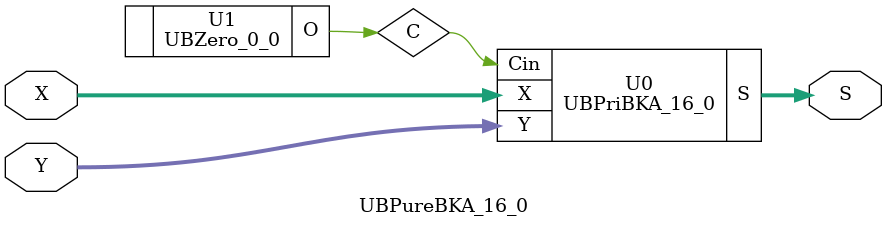
<source format=v>
/*----------------------------------------------------------------------------
  Copyright (c) 2021 Homma laboratory. All rights reserved.

  Top module: UBBKA_16_0_16_0

  Operand-1 length: 17
  Operand-2 length: 17
  Two-operand addition algorithm: Brent-Kung adder
----------------------------------------------------------------------------*/

module GPGenerator(Go, Po, A, B);
  output Go;
  output Po;
  input A;
  input B;
  assign Go = A & B;
  assign Po = A ^ B;
endmodule

module CarryOperator(Go, Po, Gi1, Pi1, Gi2, Pi2);
  output Go;
  output Po;
  input Gi1;
  input Gi2;
  input Pi1;
  input Pi2;
  assign Go = Gi1 | ( Gi2 & Pi1 );
  assign Po = Pi1 & Pi2;
endmodule

module UBPriBKA_16_0(S, X, Y, Cin);
  output [17:0] S;
  input Cin;
  input [16:0] X;
  input [16:0] Y;
  wire [16:0] G0;
  wire [16:0] G1;
  wire [16:0] G2;
  wire [16:0] G3;
  wire [16:0] G4;
  wire [16:0] G5;
  wire [16:0] G6;
  wire [16:0] G7;
  wire [16:0] G8;
  wire [16:0] P0;
  wire [16:0] P1;
  wire [16:0] P2;
  wire [16:0] P3;
  wire [16:0] P4;
  wire [16:0] P5;
  wire [16:0] P6;
  wire [16:0] P7;
  wire [16:0] P8;
  assign P1[0] = P0[0];
  assign G1[0] = G0[0];
  assign P1[2] = P0[2];
  assign G1[2] = G0[2];
  assign P1[4] = P0[4];
  assign G1[4] = G0[4];
  assign P1[6] = P0[6];
  assign G1[6] = G0[6];
  assign P1[8] = P0[8];
  assign G1[8] = G0[8];
  assign P1[10] = P0[10];
  assign G1[10] = G0[10];
  assign P1[12] = P0[12];
  assign G1[12] = G0[12];
  assign P1[14] = P0[14];
  assign G1[14] = G0[14];
  assign P1[16] = P0[16];
  assign G1[16] = G0[16];
  assign P2[0] = P1[0];
  assign G2[0] = G1[0];
  assign P2[1] = P1[1];
  assign G2[1] = G1[1];
  assign P2[2] = P1[2];
  assign G2[2] = G1[2];
  assign P2[4] = P1[4];
  assign G2[4] = G1[4];
  assign P2[5] = P1[5];
  assign G2[5] = G1[5];
  assign P2[6] = P1[6];
  assign G2[6] = G1[6];
  assign P2[8] = P1[8];
  assign G2[8] = G1[8];
  assign P2[9] = P1[9];
  assign G2[9] = G1[9];
  assign P2[10] = P1[10];
  assign G2[10] = G1[10];
  assign P2[12] = P1[12];
  assign G2[12] = G1[12];
  assign P2[13] = P1[13];
  assign G2[13] = G1[13];
  assign P2[14] = P1[14];
  assign G2[14] = G1[14];
  assign P2[16] = P1[16];
  assign G2[16] = G1[16];
  assign P3[0] = P2[0];
  assign G3[0] = G2[0];
  assign P3[1] = P2[1];
  assign G3[1] = G2[1];
  assign P3[2] = P2[2];
  assign G3[2] = G2[2];
  assign P3[3] = P2[3];
  assign G3[3] = G2[3];
  assign P3[4] = P2[4];
  assign G3[4] = G2[4];
  assign P3[5] = P2[5];
  assign G3[5] = G2[5];
  assign P3[6] = P2[6];
  assign G3[6] = G2[6];
  assign P3[8] = P2[8];
  assign G3[8] = G2[8];
  assign P3[9] = P2[9];
  assign G3[9] = G2[9];
  assign P3[10] = P2[10];
  assign G3[10] = G2[10];
  assign P3[11] = P2[11];
  assign G3[11] = G2[11];
  assign P3[12] = P2[12];
  assign G3[12] = G2[12];
  assign P3[13] = P2[13];
  assign G3[13] = G2[13];
  assign P3[14] = P2[14];
  assign G3[14] = G2[14];
  assign P3[16] = P2[16];
  assign G3[16] = G2[16];
  assign P4[0] = P3[0];
  assign G4[0] = G3[0];
  assign P4[1] = P3[1];
  assign G4[1] = G3[1];
  assign P4[2] = P3[2];
  assign G4[2] = G3[2];
  assign P4[3] = P3[3];
  assign G4[3] = G3[3];
  assign P4[4] = P3[4];
  assign G4[4] = G3[4];
  assign P4[5] = P3[5];
  assign G4[5] = G3[5];
  assign P4[6] = P3[6];
  assign G4[6] = G3[6];
  assign P4[7] = P3[7];
  assign G4[7] = G3[7];
  assign P4[8] = P3[8];
  assign G4[8] = G3[8];
  assign P4[9] = P3[9];
  assign G4[9] = G3[9];
  assign P4[10] = P3[10];
  assign G4[10] = G3[10];
  assign P4[11] = P3[11];
  assign G4[11] = G3[11];
  assign P4[12] = P3[12];
  assign G4[12] = G3[12];
  assign P4[13] = P3[13];
  assign G4[13] = G3[13];
  assign P4[14] = P3[14];
  assign G4[14] = G3[14];
  assign P4[16] = P3[16];
  assign G4[16] = G3[16];
  assign P5[0] = P4[0];
  assign G5[0] = G4[0];
  assign P5[1] = P4[1];
  assign G5[1] = G4[1];
  assign P5[2] = P4[2];
  assign G5[2] = G4[2];
  assign P5[3] = P4[3];
  assign G5[3] = G4[3];
  assign P5[4] = P4[4];
  assign G5[4] = G4[4];
  assign P5[5] = P4[5];
  assign G5[5] = G4[5];
  assign P5[6] = P4[6];
  assign G5[6] = G4[6];
  assign P5[7] = P4[7];
  assign G5[7] = G4[7];
  assign P5[8] = P4[8];
  assign G5[8] = G4[8];
  assign P5[9] = P4[9];
  assign G5[9] = G4[9];
  assign P5[10] = P4[10];
  assign G5[10] = G4[10];
  assign P5[11] = P4[11];
  assign G5[11] = G4[11];
  assign P5[12] = P4[12];
  assign G5[12] = G4[12];
  assign P5[13] = P4[13];
  assign G5[13] = G4[13];
  assign P5[14] = P4[14];
  assign G5[14] = G4[14];
  assign P5[15] = P4[15];
  assign G5[15] = G4[15];
  assign P5[16] = P4[16];
  assign G5[16] = G4[16];
  assign P6[0] = P5[0];
  assign G6[0] = G5[0];
  assign P6[1] = P5[1];
  assign G6[1] = G5[1];
  assign P6[2] = P5[2];
  assign G6[2] = G5[2];
  assign P6[3] = P5[3];
  assign G6[3] = G5[3];
  assign P6[4] = P5[4];
  assign G6[4] = G5[4];
  assign P6[5] = P5[5];
  assign G6[5] = G5[5];
  assign P6[6] = P5[6];
  assign G6[6] = G5[6];
  assign P6[7] = P5[7];
  assign G6[7] = G5[7];
  assign P6[8] = P5[8];
  assign G6[8] = G5[8];
  assign P6[9] = P5[9];
  assign G6[9] = G5[9];
  assign P6[10] = P5[10];
  assign G6[10] = G5[10];
  assign P6[12] = P5[12];
  assign G6[12] = G5[12];
  assign P6[13] = P5[13];
  assign G6[13] = G5[13];
  assign P6[14] = P5[14];
  assign G6[14] = G5[14];
  assign P6[15] = P5[15];
  assign G6[15] = G5[15];
  assign P6[16] = P5[16];
  assign G6[16] = G5[16];
  assign P7[0] = P6[0];
  assign G7[0] = G6[0];
  assign P7[1] = P6[1];
  assign G7[1] = G6[1];
  assign P7[2] = P6[2];
  assign G7[2] = G6[2];
  assign P7[3] = P6[3];
  assign G7[3] = G6[3];
  assign P7[4] = P6[4];
  assign G7[4] = G6[4];
  assign P7[6] = P6[6];
  assign G7[6] = G6[6];
  assign P7[7] = P6[7];
  assign G7[7] = G6[7];
  assign P7[8] = P6[8];
  assign G7[8] = G6[8];
  assign P7[10] = P6[10];
  assign G7[10] = G6[10];
  assign P7[11] = P6[11];
  assign G7[11] = G6[11];
  assign P7[12] = P6[12];
  assign G7[12] = G6[12];
  assign P7[14] = P6[14];
  assign G7[14] = G6[14];
  assign P7[15] = P6[15];
  assign G7[15] = G6[15];
  assign P7[16] = P6[16];
  assign G7[16] = G6[16];
  assign P8[0] = P7[0];
  assign G8[0] = G7[0];
  assign P8[1] = P7[1];
  assign G8[1] = G7[1];
  assign P8[3] = P7[3];
  assign G8[3] = G7[3];
  assign P8[5] = P7[5];
  assign G8[5] = G7[5];
  assign P8[7] = P7[7];
  assign G8[7] = G7[7];
  assign P8[9] = P7[9];
  assign G8[9] = G7[9];
  assign P8[11] = P7[11];
  assign G8[11] = G7[11];
  assign P8[13] = P7[13];
  assign G8[13] = G7[13];
  assign P8[15] = P7[15];
  assign G8[15] = G7[15];
  assign S[0] = Cin ^ P0[0];
  assign S[1] = ( G8[0] | ( P8[0] & Cin ) ) ^ P0[1];
  assign S[2] = ( G8[1] | ( P8[1] & Cin ) ) ^ P0[2];
  assign S[3] = ( G8[2] | ( P8[2] & Cin ) ) ^ P0[3];
  assign S[4] = ( G8[3] | ( P8[3] & Cin ) ) ^ P0[4];
  assign S[5] = ( G8[4] | ( P8[4] & Cin ) ) ^ P0[5];
  assign S[6] = ( G8[5] | ( P8[5] & Cin ) ) ^ P0[6];
  assign S[7] = ( G8[6] | ( P8[6] & Cin ) ) ^ P0[7];
  assign S[8] = ( G8[7] | ( P8[7] & Cin ) ) ^ P0[8];
  assign S[9] = ( G8[8] | ( P8[8] & Cin ) ) ^ P0[9];
  assign S[10] = ( G8[9] | ( P8[9] & Cin ) ) ^ P0[10];
  assign S[11] = ( G8[10] | ( P8[10] & Cin ) ) ^ P0[11];
  assign S[12] = ( G8[11] | ( P8[11] & Cin ) ) ^ P0[12];
  assign S[13] = ( G8[12] | ( P8[12] & Cin ) ) ^ P0[13];
  assign S[14] = ( G8[13] | ( P8[13] & Cin ) ) ^ P0[14];
  assign S[15] = ( G8[14] | ( P8[14] & Cin ) ) ^ P0[15];
  assign S[16] = ( G8[15] | ( P8[15] & Cin ) ) ^ P0[16];
  assign S[17] = G8[16] | ( P8[16] & Cin );
  GPGenerator U0 (G0[0], P0[0], X[0], Y[0]);
  GPGenerator U1 (G0[1], P0[1], X[1], Y[1]);
  GPGenerator U2 (G0[2], P0[2], X[2], Y[2]);
  GPGenerator U3 (G0[3], P0[3], X[3], Y[3]);
  GPGenerator U4 (G0[4], P0[4], X[4], Y[4]);
  GPGenerator U5 (G0[5], P0[5], X[5], Y[5]);
  GPGenerator U6 (G0[6], P0[6], X[6], Y[6]);
  GPGenerator U7 (G0[7], P0[7], X[7], Y[7]);
  GPGenerator U8 (G0[8], P0[8], X[8], Y[8]);
  GPGenerator U9 (G0[9], P0[9], X[9], Y[9]);
  GPGenerator U10 (G0[10], P0[10], X[10], Y[10]);
  GPGenerator U11 (G0[11], P0[11], X[11], Y[11]);
  GPGenerator U12 (G0[12], P0[12], X[12], Y[12]);
  GPGenerator U13 (G0[13], P0[13], X[13], Y[13]);
  GPGenerator U14 (G0[14], P0[14], X[14], Y[14]);
  GPGenerator U15 (G0[15], P0[15], X[15], Y[15]);
  GPGenerator U16 (G0[16], P0[16], X[16], Y[16]);
  CarryOperator U17 (G1[1], P1[1], G0[1], P0[1], G0[0], P0[0]);
  CarryOperator U18 (G1[3], P1[3], G0[3], P0[3], G0[2], P0[2]);
  CarryOperator U19 (G1[5], P1[5], G0[5], P0[5], G0[4], P0[4]);
  CarryOperator U20 (G1[7], P1[7], G0[7], P0[7], G0[6], P0[6]);
  CarryOperator U21 (G1[9], P1[9], G0[9], P0[9], G0[8], P0[8]);
  CarryOperator U22 (G1[11], P1[11], G0[11], P0[11], G0[10], P0[10]);
  CarryOperator U23 (G1[13], P1[13], G0[13], P0[13], G0[12], P0[12]);
  CarryOperator U24 (G1[15], P1[15], G0[15], P0[15], G0[14], P0[14]);
  CarryOperator U25 (G2[3], P2[3], G1[3], P1[3], G1[1], P1[1]);
  CarryOperator U26 (G2[7], P2[7], G1[7], P1[7], G1[5], P1[5]);
  CarryOperator U27 (G2[11], P2[11], G1[11], P1[11], G1[9], P1[9]);
  CarryOperator U28 (G2[15], P2[15], G1[15], P1[15], G1[13], P1[13]);
  CarryOperator U29 (G3[7], P3[7], G2[7], P2[7], G2[3], P2[3]);
  CarryOperator U30 (G3[15], P3[15], G2[15], P2[15], G2[11], P2[11]);
  CarryOperator U31 (G4[15], P4[15], G3[15], P3[15], G3[7], P3[7]);
  CarryOperator U32 (G6[11], P6[11], G5[11], P5[11], G5[7], P5[7]);
  CarryOperator U33 (G7[5], P7[5], G6[5], P6[5], G6[3], P6[3]);
  CarryOperator U34 (G7[9], P7[9], G6[9], P6[9], G6[7], P6[7]);
  CarryOperator U35 (G7[13], P7[13], G6[13], P6[13], G6[11], P6[11]);
  CarryOperator U36 (G8[2], P8[2], G7[2], P7[2], G7[1], P7[1]);
  CarryOperator U37 (G8[4], P8[4], G7[4], P7[4], G7[3], P7[3]);
  CarryOperator U38 (G8[6], P8[6], G7[6], P7[6], G7[5], P7[5]);
  CarryOperator U39 (G8[8], P8[8], G7[8], P7[8], G7[7], P7[7]);
  CarryOperator U40 (G8[10], P8[10], G7[10], P7[10], G7[9], P7[9]);
  CarryOperator U41 (G8[12], P8[12], G7[12], P7[12], G7[11], P7[11]);
  CarryOperator U42 (G8[14], P8[14], G7[14], P7[14], G7[13], P7[13]);
  CarryOperator U43 (G8[16], P8[16], G7[16], P7[16], G7[15], P7[15]);
endmodule

module UBZero_0_0(O);
  output [0:0] O;
  assign O[0] = 0;
endmodule

module UBBKA_16_0_16_0 (S, X, Y);
  output [17:0] S;
  input [16:0] X;
  input [16:0] Y;
  UBPureBKA_16_0 U0 (S[17:0], X[16:0], Y[16:0]);
endmodule

module UBPureBKA_16_0 (S, X, Y);
  output [17:0] S;
  input [16:0] X;
  input [16:0] Y;
  wire C;
  UBPriBKA_16_0 U0 (S, X, Y, C);
  UBZero_0_0 U1 (C);
endmodule


</source>
